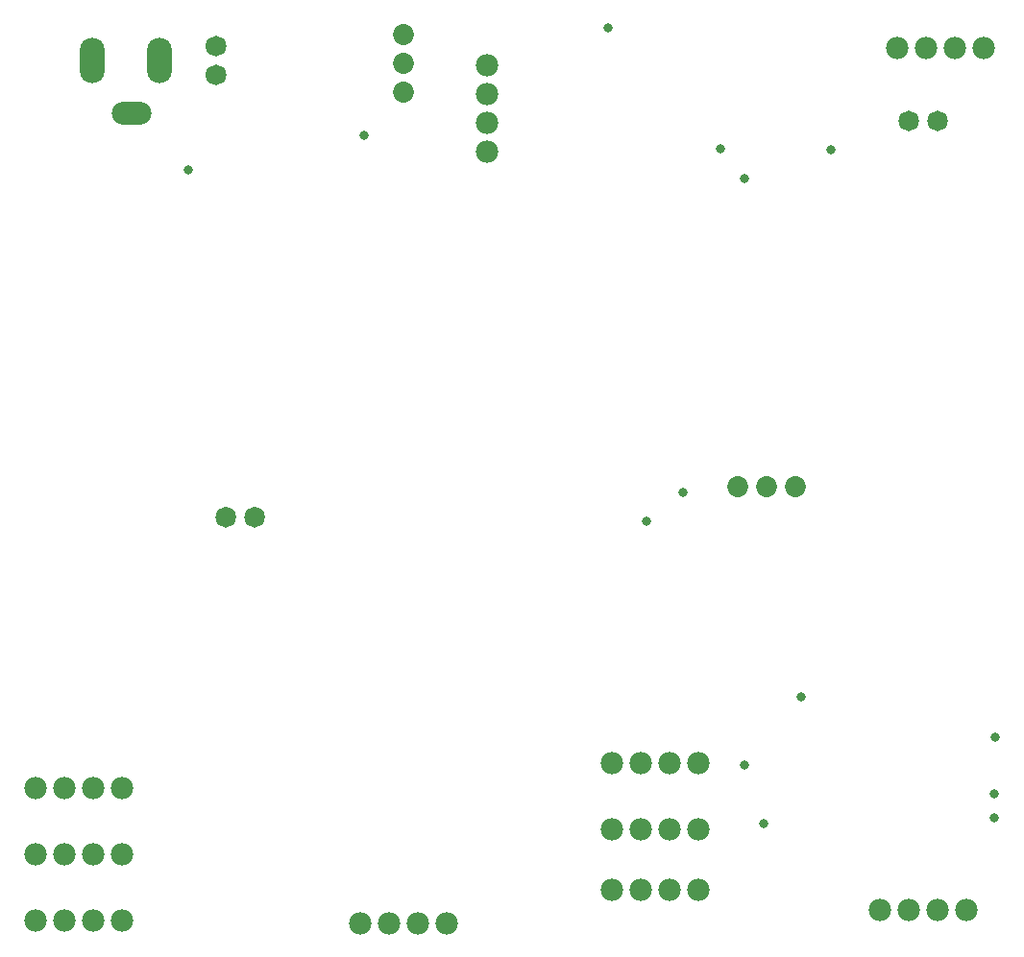
<source format=gbs>
G04*
G04 #@! TF.GenerationSoftware,Altium Limited,Altium Designer,24.1.2 (44)*
G04*
G04 Layer_Color=16711935*
%FSLAX44Y44*%
%MOMM*%
G71*
G04*
G04 #@! TF.SameCoordinates,1CDE90F2-DCA2-4B6B-BF69-51DDCCDC9EC5*
G04*
G04*
G04 #@! TF.FilePolarity,Negative*
G04*
G01*
G75*
%ADD25C,0.0000*%
%ADD32C,1.9812*%
%ADD33C,1.8532*%
%ADD34C,1.8232*%
%ADD35O,2.2032X4.0032*%
%ADD36O,3.5032X2.0032*%
%ADD37C,0.8382*%
D25*
X206731Y438150D02*
G03*
X206731Y438150I-8611J0D01*
G01*
X232131D02*
G03*
X232131Y438150I-8611J0D01*
G01*
X197841Y853440D02*
G03*
X197841Y853440I-8611J0D01*
G01*
Y828040D02*
G03*
X197841Y828040I-8611J0D01*
G01*
X808711Y787400D02*
G03*
X808711Y787400I-8611J0D01*
G01*
X834111D02*
G03*
X834111Y787400I-8611J0D01*
G01*
D32*
X341630Y80010D02*
D03*
X316230D02*
D03*
X392430D02*
D03*
X367030D02*
D03*
X800100Y91440D02*
D03*
X774700D02*
D03*
X850900D02*
D03*
X825500D02*
D03*
X55880Y199390D02*
D03*
X30480D02*
D03*
X106680D02*
D03*
X81280D02*
D03*
X55880Y140970D02*
D03*
X30480D02*
D03*
X106680D02*
D03*
X81280D02*
D03*
X55880Y82550D02*
D03*
X30480D02*
D03*
X106680D02*
D03*
X81280D02*
D03*
X563880Y220980D02*
D03*
X538480D02*
D03*
X614680D02*
D03*
X589280D02*
D03*
X563880Y109220D02*
D03*
X538480D02*
D03*
X614680D02*
D03*
X589280D02*
D03*
X563880Y162560D02*
D03*
X538480D02*
D03*
X614680D02*
D03*
X589280D02*
D03*
X815340Y852170D02*
D03*
X789940D02*
D03*
X866140D02*
D03*
X840740D02*
D03*
X427990Y786130D02*
D03*
Y760730D02*
D03*
Y836930D02*
D03*
Y811530D02*
D03*
D33*
X648970Y464820D02*
D03*
X674370D02*
D03*
X699770D02*
D03*
X354330Y812800D02*
D03*
Y838200D02*
D03*
Y863600D02*
D03*
D34*
X198120Y438150D02*
D03*
X223520D02*
D03*
X189230Y853440D02*
D03*
Y828040D02*
D03*
X800100Y787400D02*
D03*
X825500D02*
D03*
D35*
X140010Y840740D02*
D03*
X80010D02*
D03*
D36*
X115010Y794240D02*
D03*
D37*
X320040Y774700D02*
D03*
X655320Y736600D02*
D03*
X731520Y762000D02*
D03*
X875030Y172720D02*
D03*
Y194310D02*
D03*
X876300Y243840D02*
D03*
X568960Y434340D02*
D03*
X600710Y459740D02*
D03*
X633730Y763270D02*
D03*
X534670Y869950D02*
D03*
X165100Y744220D02*
D03*
X655320Y219710D02*
D03*
X671830Y167640D02*
D03*
X704850Y279400D02*
D03*
M02*

</source>
